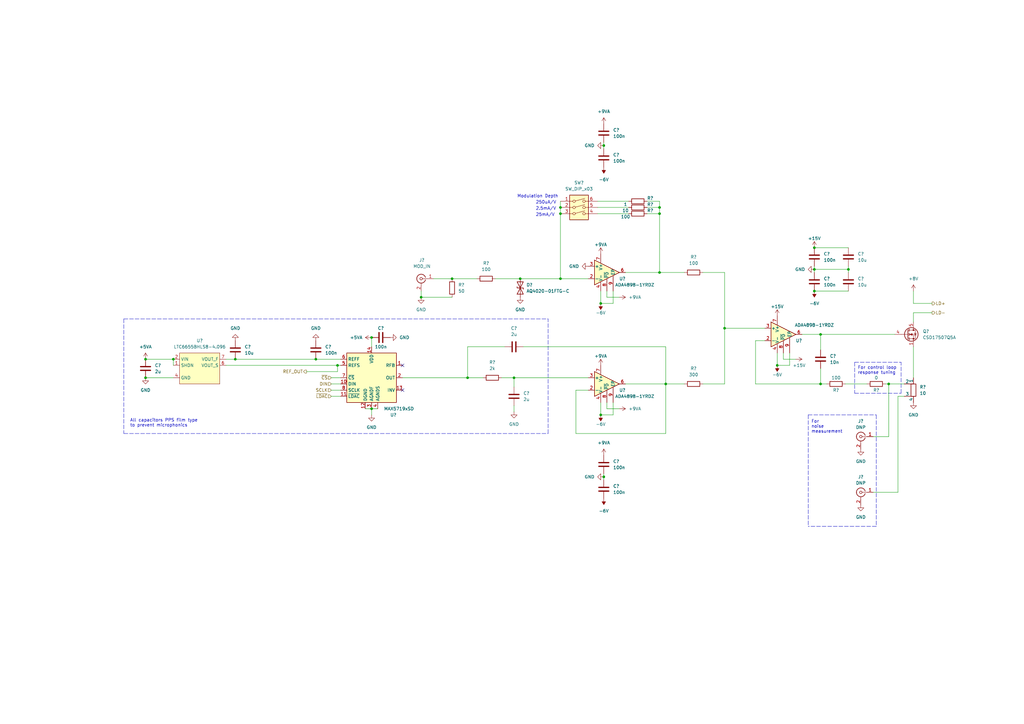
<source format=kicad_sch>
(kicad_sch (version 20211123) (generator eeschema)
  (paper "A3")
  (lib_symbols
    (symbol "Amplifier_Operational:ADA4898-1YRDZ" (pin_names (offset 0.127))
      (property "Reference" "U" (at 3.81 3.81 0))
      (property "Value" "ADA4898-1YRDZ" (at 11.43 -2.54 0))
      (symbol "ADA4898-1YRDZ_1_1"
        (polyline (pts (xy -5.08 5.08) (xy 5.08 0) (xy -5.08 -5.08) (xy -5.08 5.08)) (stroke (width 0.254)) (fill (type background)))
        (pin input line (at -7.62 -2.54 0) (length 2.54) (name "-") (number "2"))
        (pin input line (at -7.62 2.54 0) (length 2.54) (name "+") (number "3"))
        (pin power_in line (at -2.54 -7.62 90) (length 3.81) (name "V-") (number "4"))
        (pin output line (at 7.62 0 180) (length 2.54) (name "~") (number "6"))
        (pin power_in line (at -2.54 7.62 270) (length 3.81) (name "V+") (number "7"))
        (pin input line (at 0 -7.62 90) (length 5.08) (name "~{PD}") (number "8"))
        (pin passive line (at 2.54 -7.62 90) (length 6.35) (name "EP") (number "9"))
      )
    )
    (symbol "Analog_DAC:MAX5719xSD"
      (property "Reference" "U" (at -10.16 11.43 0))
      (property "Value" "MAX5719xSD" (at 1.27 11.43 0))
      (symbol "MAX5719xSD_0_1"
        (rectangle (start -10.16 10.16) (end 10.16 -10.16) (stroke (width 0.254)) (fill (type background)))
      )
      (symbol "MAX5719xSD_1_1"
        (pin passive line (at 12.7 5.08 180) (length 2.54) (name "RFB") (number "1"))
        (pin input line (at -12.7 -2.54 0) (length 2.54) (name "DIN") (number "10"))
        (pin input line (at -12.7 -7.62 0) (length 2.54) (name "~{LDAC}") (number "11"))
        (pin power_in line (at -2.54 -12.7 90) (length 2.54) (name "DGND") (number "12"))
        (pin passive line (at 12.7 -5.08 180) (length 2.54) (name "INV") (number "13"))
        (pin power_in line (at 0 12.7 270) (length 2.54) (name "VDD") (number "14"))
        (pin output line (at 12.7 0 180) (length 2.54) (name "OUT") (number "2"))
        (pin power_in line (at 0 -12.7 90) (length 2.54) (name "AGNDF") (number "3"))
        (pin power_in line (at 2.54 -12.7 90) (length 2.54) (name "AGNDS") (number "4"))
        (pin input line (at -12.7 5.08 0) (length 2.54) (name "REFS") (number "5"))
        (pin input line (at -12.7 7.62 0) (length 2.54) (name "REFF") (number "6"))
        (pin input line (at -12.7 0 0) (length 2.54) (name "~{CS}") (number "7"))
        (pin input line (at -12.7 -5.08 0) (length 2.54) (name "SCLK") (number "8"))
        (pin no_connect line (at 10.16 -7.62 180) (length 2.54) hide (name "NC") (number "9"))
      )
    )
    (symbol "Connector:Conn_Coaxial" (pin_names (offset 1.016) hide)
      (property "Reference" "J" (at 0.254 3.048 0))
      (property "Value" "Conn_Coaxial" (at 2.921 0 90))
      (symbol "Conn_Coaxial_0_1"
        (arc (start -1.778 -0.508) (mid 0.2311 -1.8066) (end 1.778 0) (stroke (width 0.254)))
        (polyline (pts (xy -2.54 0) (xy -0.508 0)))
        (polyline (pts (xy 0 -2.54) (xy 0 -1.778)))
        (circle (center 0 0) (radius 0.508) (stroke (width 0.2032)))
        (arc (start 1.778 0) (mid 0.2099 1.8101) (end -1.778 0.508) (stroke (width 0.254)))
      )
      (symbol "Conn_Coaxial_1_1"
        (pin passive line (at -5.08 0 0) (length 2.54) (name "In") (number "1"))
        (pin passive line (at 0 -5.08 90) (length 2.54) (name "Ext") (number "2"))
      )
    )
    (symbol "Device:C" (pin_numbers hide) (pin_names (offset 0.254))
      (property "Reference" "C" (at 0.635 2.54 0))
      (property "Value" "C" (at 0.635 -2.54 0))
      (symbol "C_0_1"
        (polyline (pts (xy -2.032 -0.762) (xy 2.032 -0.762)) (stroke (width 0.508)))
        (polyline (pts (xy -2.032 0.762) (xy 2.032 0.762)) (stroke (width 0.508)))
      )
      (symbol "C_1_1"
        (pin passive line (at 0 3.81 270) (length 2.794) (name "~") (number "1"))
        (pin passive line (at 0 -3.81 90) (length 2.794) (name "~") (number "2"))
      )
    )
    (symbol "Device:D_TVS" (pin_numbers hide) (pin_names (offset 1.016) hide)
      (property "Reference" "D" (at 0 2.54 0))
      (property "Value" "D_TVS" (at 0 -2.54 0))
      (symbol "D_TVS_0_1"
        (polyline (pts (xy 1.27 0) (xy -1.27 0)))
        (polyline (pts (xy 0.508 1.27) (xy 0 1.27) (xy 0 -1.27) (xy -0.508 -1.27)) (stroke (width 0.254)))
        (polyline (pts (xy -2.54 1.27) (xy -2.54 -1.27) (xy 2.54 1.27) (xy 2.54 -1.27) (xy -2.54 1.27)) (stroke (width 0.254)))
      )
      (symbol "D_TVS_1_1"
        (pin passive line (at -3.81 0 0) (length 2.54) (name "A1") (number "1"))
        (pin passive line (at 3.81 0 180) (length 2.54) (name "A2") (number "2"))
      )
    )
    (symbol "Device:R" (pin_numbers hide) (pin_names (offset 0))
      (property "Reference" "R" (at 2.032 0 90))
      (property "Value" "R" (at 0 0 90))
      (symbol "R_0_1"
        (rectangle (start -1.016 -2.54) (end 1.016 2.54) (stroke (width 0.254)))
      )
      (symbol "R_1_1"
        (pin passive line (at 0 3.81 270) (length 1.27) (name "~") (number "1"))
        (pin passive line (at 0 -3.81 90) (length 1.27) (name "~") (number "2"))
      )
    )
    (symbol "Device:R_Shunt" (pin_numbers hide) (pin_names (offset 0))
      (property "Reference" "R" (at -4.445 0 90))
      (property "Value" "R_Shunt" (at -2.54 0 90))
      (symbol "R_Shunt_0_1"
        (rectangle (start -1.016 -2.54) (end 1.016 2.54) (stroke (width 0.254)))
        (polyline (pts (xy 0 -2.54) (xy 1.27 -2.54)))
        (polyline (pts (xy 1.27 2.54) (xy 0 2.54)))
      )
      (symbol "R_Shunt_1_1"
        (pin passive line (at 0 5.08 270) (length 2.54) (name "1") (number "1"))
        (pin passive line (at 3.81 2.54 180) (length 2.54) (name "2") (number "2"))
        (pin passive line (at 3.81 -2.54 180) (length 2.54) (name "3") (number "3"))
        (pin passive line (at 0 -5.08 90) (length 2.54) (name "4") (number "4"))
      )
    )
    (symbol "Switch:SW_DIP_x03" (pin_names (offset 0) hide)
      (property "Reference" "SW" (at 0 8.89 0))
      (property "Value" "SW_DIP_x03" (at 0 -3.81 0))
      (symbol "SW_DIP_x03_0_0"
        (circle (center -2.032 0) (radius 0.508))
        (circle (center -2.032 2.54) (radius 0.508))
        (circle (center -2.032 5.08) (radius 0.508))
        (polyline (pts (xy -1.524 0.127) (xy 2.3622 1.1684)))
        (polyline (pts (xy -1.524 2.667) (xy 2.3622 3.7084)))
        (polyline (pts (xy -1.524 5.207) (xy 2.3622 6.2484)))
        (circle (center 2.032 0) (radius 0.508))
        (circle (center 2.032 2.54) (radius 0.508))
        (circle (center 2.032 5.08) (radius 0.508))
      )
      (symbol "SW_DIP_x03_0_1"
        (rectangle (start -3.81 7.62) (end 3.81 -2.54) (stroke (width 0.254)) (fill (type background)))
      )
      (symbol "SW_DIP_x03_1_1"
        (pin passive line (at -7.62 5.08 0) (length 5.08) (name "~") (number "1"))
        (pin passive line (at -7.62 2.54 0) (length 5.08) (name "~") (number "2"))
        (pin passive line (at -7.62 0 0) (length 5.08) (name "~") (number "3"))
        (pin passive line (at 7.62 0 180) (length 5.08) (name "~") (number "4"))
        (pin passive line (at 7.62 2.54 180) (length 5.08) (name "~") (number "5"))
        (pin passive line (at 7.62 5.08 180) (length 5.08) (name "~") (number "6"))
      )
    )
    (symbol "Transistor_FET:CSD17507Q5A" (pin_names hide)
      (property "Reference" "Q" (at 5.08 1.905 0))
      (property "Value" "CSD17507Q5A" (at 5.08 0 0))
      (symbol "CSD17507Q5A_0_1"
        (polyline (pts (xy 0.254 0) (xy -2.54 0)))
        (polyline (pts (xy 0.254 1.905) (xy 0.254 -1.905)) (stroke (width 0.254)))
        (polyline (pts (xy 0.762 -1.27) (xy 0.762 -2.286)) (stroke (width 0.254)))
        (polyline (pts (xy 0.762 0.508) (xy 0.762 -0.508)) (stroke (width 0.254)))
        (polyline (pts (xy 0.762 2.286) (xy 0.762 1.27)) (stroke (width 0.254)))
        (polyline (pts (xy 2.54 2.54) (xy 2.54 1.778)))
        (polyline (pts (xy 2.54 -2.54) (xy 2.54 0) (xy 0.762 0)))
        (polyline (pts (xy 0.762 -1.778) (xy 3.302 -1.778) (xy 3.302 1.778) (xy 0.762 1.778)))
        (polyline (pts (xy 1.016 0) (xy 2.032 0.381) (xy 2.032 -0.381) (xy 1.016 0)) (fill (type outline)))
        (polyline (pts (xy 2.794 0.508) (xy 2.921 0.381) (xy 3.683 0.381) (xy 3.81 0.254)))
        (polyline (pts (xy 3.302 0.381) (xy 2.921 -0.254) (xy 3.683 -0.254) (xy 3.302 0.381)))
        (circle (center 1.651 0) (radius 2.794) (stroke (width 0.254)))
        (circle (center 2.54 -1.778) (radius 0.254) (fill (type outline)))
        (circle (center 2.54 1.778) (radius 0.254) (fill (type outline)))
      )
      (symbol "CSD17507Q5A_1_1"
        (pin passive line (at 2.54 -5.08 90) (length 2.54) (name "S") (number "1"))
        (pin passive line (at 2.54 -5.08 90) (length 2.54) hide (name "S") (number "2"))
        (pin passive line (at 2.54 -5.08 90) (length 2.54) hide (name "S") (number "3"))
        (pin passive line (at -5.08 0 0) (length 2.54) (name "G") (number "4"))
        (pin passive line (at 2.54 5.08 270) (length 2.54) (name "D") (number "5"))
      )
    )
    (symbol "kirdy:LTC6655"
      (property "Reference" "U" (at 0 -10.16 0))
      (property "Value" "LTC6655" (at 0 -7.62 0))
      (symbol "LTC6655_0_0"
        (pin input line (at -10.16 2.54 0) (length 2.54) (name "SHDN") (number "1"))
        (pin power_in line (at -10.16 5.08 0) (length 2.54) (name "VIN") (number "2"))
        (pin power_in line (at -10.16 -2.54 0) (length 2.54) hide (name "GND") (number "3"))
        (pin power_in line (at -10.16 -2.54 0) (length 2.54) (name "GND") (number "4"))
        (pin power_in line (at -10.16 -2.54 0) (length 2.54) hide (name "GND") (number "5"))
        (pin input line (at 11.43 2.54 180) (length 2.54) (name "VOUT_S") (number "6"))
        (pin output line (at 11.43 5.08 180) (length 2.54) (name "VOUT_F") (number "7"))
        (pin power_in line (at -10.16 -2.54 0) (length 2.54) hide (name "GND") (number "8"))
      )
      (symbol "LTC6655_0_1"
        (rectangle (start -7.62 7.62) (end 8.89 -5.08) (fill (type background)))
      )
    )
    (symbol "power:+15V" (power) (pin_names (offset 0))
      (property "Value" "+15V" (at 0 3.556 0))
      (symbol "+15V_0_1"
        (polyline (pts (xy -0.762 1.27) (xy 0 2.54)))
        (polyline (pts (xy 0 0) (xy 0 2.54)))
        (polyline (pts (xy 0 2.54) (xy 0.762 1.27)))
      )
      (symbol "+15V_1_1"
        (pin power_in line (at 0 0 90) (length 0) hide (name "+15V") (number "1"))
      )
    )
    (symbol "power:+5VA" (power) (pin_names (offset 0))
      (property "Value" "+5VA" (at 0 3.556 0))
      (symbol "+5VA_0_1"
        (polyline (pts (xy -0.762 1.27) (xy 0 2.54)))
        (polyline (pts (xy 0 0) (xy 0 2.54)))
        (polyline (pts (xy 0 2.54) (xy 0.762 1.27)))
      )
      (symbol "+5VA_1_1"
        (pin power_in line (at 0 0 90) (length 0) hide (name "+5VA") (number "1"))
      )
    )
    (symbol "power:+8V" (power) (pin_names (offset 0))
      (property "Value" "+8V" (at 0 3.556 0))
      (symbol "+8V_0_1"
        (polyline (pts (xy -0.762 1.27) (xy 0 2.54)))
        (polyline (pts (xy 0 0) (xy 0 2.54)))
        (polyline (pts (xy 0 2.54) (xy 0.762 1.27)))
      )
      (symbol "+8V_1_1"
        (pin power_in line (at 0 0 90) (length 0) hide (name "+8V") (number "1"))
      )
    )
    (symbol "power:+9VA" (power) (pin_names (offset 0))
      (property "Value" "+9VA" (at 0 3.81 0))
      (symbol "+9VA_0_1"
        (polyline (pts (xy -0.762 1.27) (xy 0 2.54)))
        (polyline (pts (xy 0 0) (xy 0 2.54)))
        (polyline (pts (xy 0 2.54) (xy 0.762 1.27)))
      )
      (symbol "+9VA_1_1"
        (pin power_in line (at 0 0 90) (length 0) hide (name "+9VA") (number "1"))
      )
    )
    (symbol "power:-6V" (power) (pin_names (offset 0))
      (property "Value" "-6V" (at 0 3.81 0))
      (symbol "-6V_0_0"
        (pin power_in line (at 0 0 90) (length 0) hide (name "-6V") (number "1"))
      )
      (symbol "-6V_0_1"
        (polyline (pts (xy 0 0) (xy 0 1.27) (xy 0.762 1.27) (xy 0 2.54) (xy -0.762 1.27) (xy 0 1.27)) (fill (type outline)))
      )
    )
    (symbol "power:GND" (power) (pin_names (offset 0))
      (property "Value" "GND" (at 0 -3.81 0))
      (symbol "GND_0_1"
        (polyline (pts (xy 0 0) (xy 0 -1.27) (xy 1.27 -1.27) (xy 0 -2.54) (xy -1.27 -1.27) (xy 0 -1.27)))
      )
      (symbol "GND_1_1"
        (pin power_in line (at 0 0 270) (length 0) hide (name "GND") (number "1"))
      )
    )
  )
  (junction (at 229.87 87.63))
  (junction (at 270.51 111.76))
  (junction (at 318.77 149.86))
  (junction (at 229.87 85.09))
  (junction (at 334.01 110.49))
  (junction (at 138.43 149.86))
  (junction (at 152.4 138.43))
  (junction (at 336.55 137.16))
  (junction (at 247.65 59.69))
  (junction (at 213.36 114.3))
  (junction (at 364.49 157.48))
  (junction (at 334.01 101.6))
  (junction (at 185.42 114.3))
  (junction (at 246.38 170.18))
  (junction (at 273.05 157.48))
  (junction (at 246.38 124.46))
  (junction (at 129.54 147.32))
  (junction (at 336.55 157.48))
  (junction (at 191.77 154.94))
  (junction (at 210.82 154.94))
  (junction (at 96.52 147.32))
  (junction (at 347.98 110.49))
  (junction (at 247.65 195.58))
  (junction (at 71.12 147.32))
  (junction (at 334.01 119.38))
  (junction (at 270.51 87.63))
  (junction (at 59.69 154.94))
  (junction (at 152.4 167.64))
  (junction (at 270.51 85.09))
  (junction (at 172.72 121.92))
  (junction (at 59.69 147.32))
  (junction (at 229.87 114.3))
  (junction (at 297.18 134.62))
  (no_connect (at 165.1 160.02))
  (no_connect (at 165.1 149.86))
  (wire (pts (xy 210.82 166.37) (xy 210.82 168.91)))
  (polyline (pts (xy 331.47 170.18) (xy 331.47 215.9)))
  (wire (pts (xy 71.12 147.32) (xy 71.12 149.86)))
  (wire (pts (xy 247.65 194.31) (xy 247.65 195.58)))
  (wire (pts (xy 172.72 121.92) (xy 185.42 121.92)))
  (wire (pts (xy 273.05 157.48) (xy 280.67 157.48)))
  (wire (pts (xy 364.49 157.48) (xy 370.84 157.48)))
  (wire (pts (xy 336.55 137.16) (xy 367.03 137.16)))
  (wire (pts (xy 334.01 110.49) (xy 334.01 111.76)))
  (wire (pts (xy 374.65 132.08) (xy 374.65 128.27)))
  (wire (pts (xy 214.63 142.24) (xy 273.05 142.24)))
  (wire (pts (xy 172.72 121.92) (xy 172.72 119.38)))
  (wire (pts (xy 125.73 152.4) (xy 138.43 152.4)))
  (wire (pts (xy 336.55 137.16) (xy 336.55 143.51)))
  (wire (pts (xy 328.93 137.16) (xy 336.55 137.16)))
  (wire (pts (xy 248.92 167.64) (xy 254 167.64)))
  (wire (pts (xy 213.36 114.3) (xy 229.87 114.3)))
  (wire (pts (xy 288.29 157.48) (xy 297.18 157.48)))
  (wire (pts (xy 247.65 59.69) (xy 247.65 60.96)))
  (wire (pts (xy 185.42 114.3) (xy 195.58 114.3)))
  (wire (pts (xy 177.8 114.3) (xy 185.42 114.3)))
  (polyline (pts (xy 350.52 161.29) (xy 369.57 161.29)))
  (wire (pts (xy 135.89 160.02) (xy 139.7 160.02)))
  (wire (pts (xy 270.51 82.55) (xy 270.51 85.09)))
  (wire (pts (xy 270.51 87.63) (xy 270.51 111.76)))
  (wire (pts (xy 203.2 114.3) (xy 213.36 114.3)))
  (wire (pts (xy 358.14 179.07) (xy 364.49 179.07)))
  (wire (pts (xy 368.3 201.93) (xy 358.14 201.93)))
  (wire (pts (xy 321.31 147.32) (xy 326.39 147.32)))
  (polyline (pts (xy 350.52 148.59) (xy 369.57 148.59)))
  (wire (pts (xy 368.3 162.56) (xy 368.3 201.93)))
  (wire (pts (xy 96.52 147.32) (xy 129.54 147.32)))
  (wire (pts (xy 135.89 157.48) (xy 139.7 157.48)))
  (wire (pts (xy 270.51 111.76) (xy 280.67 111.76)))
  (wire (pts (xy 247.65 58.42) (xy 247.65 59.69)))
  (wire (pts (xy 138.43 152.4) (xy 138.43 149.86)))
  (wire (pts (xy 265.43 87.63) (xy 270.51 87.63)))
  (polyline (pts (xy 331.47 170.18) (xy 359.41 170.18)))
  (wire (pts (xy 135.89 154.94) (xy 139.7 154.94)))
  (wire (pts (xy 210.82 154.94) (xy 241.3 154.94)))
  (wire (pts (xy 256.54 157.48) (xy 273.05 157.48)))
  (wire (pts (xy 205.74 154.94) (xy 210.82 154.94)))
  (wire (pts (xy 245.11 87.63) (xy 257.81 87.63)))
  (wire (pts (xy 273.05 177.8) (xy 273.05 157.48)))
  (wire (pts (xy 374.65 128.27) (xy 382.27 128.27)))
  (wire (pts (xy 138.43 149.86) (xy 139.7 149.86)))
  (wire (pts (xy 347.98 110.49) (xy 334.01 110.49)))
  (wire (pts (xy 92.71 149.86) (xy 138.43 149.86)))
  (wire (pts (xy 236.22 160.02) (xy 236.22 177.8)))
  (wire (pts (xy 251.46 124.46) (xy 251.46 119.38)))
  (wire (pts (xy 246.38 119.38) (xy 246.38 124.46)))
  (wire (pts (xy 251.46 170.18) (xy 251.46 165.1)))
  (wire (pts (xy 191.77 142.24) (xy 191.77 154.94)))
  (wire (pts (xy 207.01 142.24) (xy 191.77 142.24)))
  (polyline (pts (xy 50.8 130.81) (xy 224.79 130.81)))
  (wire (pts (xy 265.43 82.55) (xy 270.51 82.55)))
  (wire (pts (xy 297.18 134.62) (xy 313.69 134.62)))
  (wire (pts (xy 248.92 119.38) (xy 248.92 121.92)))
  (wire (pts (xy 246.38 124.46) (xy 251.46 124.46)))
  (wire (pts (xy 297.18 111.76) (xy 297.18 134.62)))
  (wire (pts (xy 318.77 149.86) (xy 323.85 149.86)))
  (polyline (pts (xy 369.57 161.29) (xy 369.57 148.59)))
  (wire (pts (xy 368.3 162.56) (xy 370.84 162.56)))
  (wire (pts (xy 92.71 147.32) (xy 96.52 147.32)))
  (wire (pts (xy 364.49 179.07) (xy 364.49 157.48)))
  (wire (pts (xy 236.22 177.8) (xy 273.05 177.8)))
  (wire (pts (xy 346.71 157.48) (xy 355.6 157.48)))
  (wire (pts (xy 248.92 165.1) (xy 248.92 167.64)))
  (wire (pts (xy 165.1 154.94) (xy 191.77 154.94)))
  (wire (pts (xy 363.22 157.48) (xy 364.49 157.48)))
  (wire (pts (xy 256.54 111.76) (xy 270.51 111.76)))
  (wire (pts (xy 288.29 111.76) (xy 297.18 111.76)))
  (wire (pts (xy 265.43 85.09) (xy 270.51 85.09)))
  (wire (pts (xy 59.69 147.32) (xy 71.12 147.32)))
  (wire (pts (xy 59.69 154.94) (xy 71.12 154.94)))
  (wire (pts (xy 229.87 82.55) (xy 229.87 85.09)))
  (wire (pts (xy 246.38 170.18) (xy 251.46 170.18)))
  (wire (pts (xy 318.77 144.78) (xy 318.77 149.86)))
  (polyline (pts (xy 359.41 215.9) (xy 331.47 215.9)))
  (polyline (pts (xy 50.8 130.81) (xy 50.8 177.8)))
  (wire (pts (xy 309.88 157.48) (xy 309.88 139.7)))
  (wire (pts (xy 152.4 138.43) (xy 152.4 142.24)))
  (wire (pts (xy 321.31 144.78) (xy 321.31 147.32)))
  (polyline (pts (xy 350.52 148.59) (xy 350.52 161.29)))
  (wire (pts (xy 374.65 124.46) (xy 382.27 124.46)))
  (wire (pts (xy 336.55 157.48) (xy 309.88 157.48)))
  (wire (pts (xy 297.18 157.48) (xy 297.18 134.62)))
  (polyline (pts (xy 359.41 170.18) (xy 359.41 215.9)))
  (wire (pts (xy 229.87 85.09) (xy 229.87 87.63)))
  (wire (pts (xy 149.86 167.64) (xy 152.4 167.64)))
  (wire (pts (xy 135.89 162.56) (xy 139.7 162.56)))
  (wire (pts (xy 191.77 154.94) (xy 198.12 154.94)))
  (wire (pts (xy 248.92 121.92) (xy 254 121.92)))
  (polyline (pts (xy 50.8 177.8) (xy 224.79 177.8)))
  (wire (pts (xy 129.54 147.32) (xy 139.7 147.32)))
  (wire (pts (xy 246.38 165.1) (xy 246.38 170.18)))
  (wire (pts (xy 247.65 195.58) (xy 247.65 196.85)))
  (wire (pts (xy 229.87 87.63) (xy 229.87 114.3)))
  (wire (pts (xy 245.11 85.09) (xy 257.81 85.09)))
  (wire (pts (xy 347.98 109.22) (xy 347.98 110.49)))
  (wire (pts (xy 374.65 119.38) (xy 374.65 124.46)))
  (wire (pts (xy 152.4 167.64) (xy 152.4 170.18)))
  (wire (pts (xy 273.05 142.24) (xy 273.05 157.48)))
  (wire (pts (xy 347.98 110.49) (xy 347.98 111.76)))
  (wire (pts (xy 210.82 154.94) (xy 210.82 158.75)))
  (wire (pts (xy 241.3 160.02) (xy 236.22 160.02)))
  (wire (pts (xy 334.01 109.22) (xy 334.01 110.49)))
  (wire (pts (xy 334.01 101.6) (xy 347.98 101.6)))
  (wire (pts (xy 336.55 157.48) (xy 339.09 157.48)))
  (wire (pts (xy 334.01 119.38) (xy 347.98 119.38)))
  (wire (pts (xy 374.65 142.24) (xy 374.65 154.94)))
  (wire (pts (xy 323.85 149.86) (xy 323.85 144.78)))
  (wire (pts (xy 229.87 114.3) (xy 241.3 114.3)))
  (wire (pts (xy 336.55 151.13) (xy 336.55 157.48)))
  (polyline (pts (xy 224.79 177.8) (xy 224.79 130.81)))
  (wire (pts (xy 245.11 82.55) (xy 257.81 82.55)))
  (wire (pts (xy 270.51 85.09) (xy 270.51 87.63)))
  (wire (pts (xy 152.4 167.64) (xy 154.94 167.64)))
  (wire (pts (xy 309.88 139.7) (xy 313.69 139.7)))
  (text "250uA/V" (at 219.71 83.82 0) (effects (font (size 1.27 1.27)) (justify left bottom)))
  (text "All capacitors PPS film type\nto prevent microphonics " (at 53.34 175.26 0) (effects (font (size 1.27 1.27)) (justify left bottom)))
  (text "For\nnoise\nmeasurement" (at 332.74 177.8 0) (effects (font (size 1.27 1.27)) (justify left bottom)))
  (text "2.5mA/V" (at 219.71 86.36 0) (effects (font (size 1.27 1.27)) (justify left bottom)))
  (text "For control loop\nresponse tuning" (at 351.79 153.67 0) (effects (font (size 1.27 1.27)) (justify left bottom)))
  (text "25mA/V" (at 219.71 88.9 0) (effects (font (size 1.27 1.27)) (justify left bottom)))
  (text "Modulation Depth" (at 212.09 81.28 0) (effects (font (size 1.27 1.27)) (justify left bottom)))
  (hierarchical_label "~{LDAC}" (shape input) (at 135.89 162.56 180))
  (hierarchical_label "LD+" (shape output) (at 382.27 124.46 0))
  (hierarchical_label "SCLK" (shape input) (at 135.89 160.02 180))
  (hierarchical_label "REF_OUT" (shape output) (at 125.73 152.4 180))
  (hierarchical_label "DIN" (shape input) (at 135.89 157.48 180))
  (hierarchical_label "LD-" (shape output) (at 382.27 128.27 0))
  (hierarchical_label "~{CS}" (shape input) (at 135.89 154.94 180))
  (symbol (lib_id "Device:R") (at 261.62 87.63 90) (unit 1)
    (property "Reference" "R?" (at 266.7 86.36 90))
    (property "Value" "100" (at 256.54 88.9 90))
  )
  (symbol (lib_id "Connector:Conn_Coaxial") (at 353.06 201.93 0) (mirror y) (unit 1)
    (property "Reference" "J?" (at 353.06 195.58 0))
    (property "Value" "DNP" (at 353.06 198.12 0))
    (property "Datasheet" " ~" (effects hide))
  )
  (symbol (lib_id "Device:C") (at 210.82 142.24 90) (unit 1)
    (property "Reference" "C?" (at 210.82 134.62 90))
    (property "Value" "2u" (at 210.82 137.16 90))
  )
  (symbol (lib_id "power:+15V") (at 334.01 101.6 0) (unit 1)
    (property "Reference" "#PWR?" (effects hide))
    (property "Value" "+15V" (at 334.01 97.79 0))
  )
  (symbol (lib_id "power:+9VA") (at 247.65 50.8 0) (unit 1)
    (property "Reference" "#PWR?" (effects hide))
    (property "Value" "+9VA" (at 247.65 45.72 0))
  )
  (symbol (lib_id "Device:R") (at 359.41 157.48 90) (unit 1)
    (property "Reference" "R?" (at 359.41 160.02 90))
    (property "Value" "0" (at 359.41 154.94 90))
  )
  (symbol (lib_id "power:-6V") (at 247.65 68.58 180) (unit 1)
    (property "Reference" "#PWR?" (effects hide))
    (property "Value" "-6V" (at 247.65 73.66 0))
  )
  (symbol (lib_id "power:+5VA") (at 59.69 147.32 0) (unit 1)
    (property "Reference" "#PWR?" (effects hide))
    (property "Value" "+5VA" (at 59.69 142.24 0))
  )
  (symbol (lib_id "Device:C") (at 347.98 115.57 0) (unit 1)
    (property "Reference" "C?" (at 351.79 114.2999 0) (effects (justify left)))
    (property "Value" "10u" (at 351.79 116.8399 0) (effects (justify left)))
  )
  (symbol (lib_id "Device:C") (at 96.52 143.51 0) (unit 1)
    (property "Reference" "C?" (at 100.33 142.2399 0) (effects (justify left)))
    (property "Value" "10u" (at 100.33 144.7799 0) (effects (justify left)))
  )
  (symbol (lib_id "Device:R") (at 342.9 157.48 90) (unit 1)
    (property "Reference" "R?" (at 342.9 160.02 90))
    (property "Value" "100" (at 342.9 154.94 90))
  )
  (symbol (lib_id "power:GND") (at 247.65 195.58 270) (unit 1)
    (property "Reference" "#PWR?" (effects hide))
    (property "Value" "GND" (at 243.84 195.5799 90) (effects (justify right)))
  )
  (symbol (lib_id "power:GND") (at 152.4 170.18 0) (unit 1)
    (property "Reference" "#PWR?" (effects hide))
    (property "Value" "GND" (at 152.4 175.26 0))
  )
  (symbol (lib_id "Amplifier_Operational:ADA4898-1YRDZ") (at 321.31 137.16 0) (unit 1)
    (property "Reference" "U?" (at 327.66 139.7 0))
    (property "Value" "ADA4898-1YRDZ" (at 334.01 133.35 0))
    (property "Footprint" "Package_SO:SOIC-8-1EP_3.9x4.9mm_P1.27mm_EP2.29x3mm" (effects hide))
    (property "Datasheet" "https://www.analog.com/media/en/technical-documentation/data-sheets/ada4898-1_4898-2.pdf" (effects hide))
  )
  (symbol (lib_id "Device:C") (at 336.55 147.32 0) (unit 1)
    (property "Reference" "C?" (at 340.36 146.0499 0) (effects (justify left)))
    (property "Value" "10n" (at 340.36 148.5899 0) (effects (justify left)))
  )
  (symbol (lib_id "Device:R") (at 284.48 157.48 90) (unit 1)
    (property "Reference" "R?" (at 284.48 151.13 90))
    (property "Value" "300" (at 284.48 153.67 90))
  )
  (symbol (lib_id "power:GND") (at 160.02 138.43 90) (unit 1)
    (property "Reference" "#PWR?" (effects hide))
    (property "Value" "GND" (at 163.83 138.4299 90) (effects (justify right)))
  )
  (symbol (lib_id "power:GND") (at 59.69 154.94 0) (unit 1)
    (property "Reference" "#PWR?" (effects hide))
    (property "Value" "GND" (at 59.69 160.02 0))
  )
  (symbol (lib_id "power:GND") (at 96.52 139.7 180) (unit 1)
    (property "Reference" "#PWR?" (effects hide))
    (property "Value" "GND" (at 96.52 134.62 0))
  )
  (symbol (lib_id "power:+9VA") (at 247.65 186.69 0) (unit 1)
    (property "Reference" "#PWR?" (effects hide))
    (property "Value" "+9VA" (at 247.65 181.61 0))
  )
  (symbol (lib_id "Device:C") (at 247.65 54.61 0) (unit 1)
    (property "Reference" "C?" (at 251.46 53.3399 0) (effects (justify left)))
    (property "Value" "100n" (at 251.46 55.8799 0) (effects (justify left)))
  )
  (symbol (lib_id "power:-6V") (at 247.65 204.47 180) (unit 1)
    (property "Reference" "#PWR?" (effects hide))
    (property "Value" "-6V" (at 247.65 209.55 0))
  )
  (symbol (lib_id "Switch:SW_DIP_x03") (at 237.49 87.63 0) (unit 1)
    (property "Reference" "SW?" (at 237.49 74.93 0))
    (property "Value" "SW_DIP_x03" (at 237.49 77.47 0))
  )
  (symbol (lib_id "Amplifier_Operational:ADA4898-1YRDZ") (at 248.92 157.48 0) (unit 1)
    (property "Reference" "U?" (at 255.27 160.02 0))
    (property "Value" "ADA4898-1YRDZ" (at 260.35 162.56 0))
    (property "Footprint" "Package_SO:SOIC-8-1EP_3.9x4.9mm_P1.27mm_EP2.29x3mm" (effects hide))
    (property "Datasheet" "https://www.analog.com/media/en/technical-documentation/data-sheets/ada4898-1_4898-2.pdf" (effects hide))
  )
  (symbol (lib_id "power:GND") (at 334.01 110.49 270) (unit 1)
    (property "Reference" "#PWR?" (effects hide))
    (property "Value" "GND" (at 330.2 110.4899 90) (effects (justify right)))
  )
  (symbol (lib_id "power:GND") (at 353.06 207.01 0) (unit 1)
    (property "Reference" "#PWR?" (effects hide))
    (property "Value" "GND" (at 353.06 212.09 0))
  )
  (symbol (lib_id "Device:C") (at 334.01 115.57 0) (unit 1)
    (property "Reference" "C?" (at 337.82 114.2999 0) (effects (justify left)))
    (property "Value" "100n" (at 337.82 116.8399 0) (effects (justify left)))
  )
  (symbol (lib_id "power:GND") (at 210.82 168.91 0) (unit 1)
    (property "Reference" "#PWR?" (effects hide))
    (property "Value" "GND" (at 210.82 173.99 0))
  )
  (symbol (lib_id "Device:R") (at 201.93 154.94 90) (unit 1)
    (property "Reference" "R?" (at 201.93 148.59 90))
    (property "Value" "2k" (at 201.93 151.13 90))
  )
  (symbol (lib_id "power:+9VA") (at 254 121.92 270) (unit 1)
    (property "Reference" "#PWR?" (effects hide))
    (property "Value" "+9VA" (at 257.81 121.9199 90) (effects (justify left)))
  )
  (symbol (lib_id "Device:R_Shunt") (at 374.65 160.02 0) (mirror y) (unit 1)
    (property "Reference" "R?" (at 377.19 158.7499 0) (effects (justify right)))
    (property "Value" "10" (at 377.19 161.2899 0) (effects (justify right)))
  )
  (symbol (lib_id "power:-6V") (at 246.38 170.18 180) (unit 1)
    (property "Reference" "#PWR?" (effects hide))
    (property "Value" "-6V" (at 246.38 173.99 0))
  )
  (symbol (lib_id "power:GND") (at 241.3 109.22 270) (unit 1)
    (property "Reference" "#PWR?" (effects hide))
    (property "Value" "GND" (at 237.49 109.2199 90) (effects (justify right)))
  )
  (symbol (lib_id "power:+15V") (at 326.39 147.32 270) (unit 1)
    (property "Reference" "#PWR?" (effects hide))
    (property "Value" "+15V" (at 325.12 149.86 90) (effects (justify left)))
  )
  (symbol (lib_id "power:GND") (at 247.65 59.69 270) (unit 1)
    (property "Reference" "#PWR?" (effects hide))
    (property "Value" "GND" (at 243.84 59.6899 90) (effects (justify right)))
  )
  (symbol (lib_id "Device:C") (at 347.98 105.41 0) (unit 1)
    (property "Reference" "C?" (at 351.79 104.1399 0) (effects (justify left)))
    (property "Value" "10u" (at 351.79 106.6799 0) (effects (justify left)))
  )
  (symbol (lib_id "Device:R") (at 284.48 111.76 90) (unit 1)
    (property "Reference" "R?" (at 284.48 105.41 90))
    (property "Value" "100" (at 284.48 107.95 90))
  )
  (symbol (lib_id "Device:R") (at 185.42 118.11 0) (unit 1)
    (property "Reference" "R?" (at 187.96 116.8399 0) (effects (justify left)))
    (property "Value" "50" (at 187.96 119.3799 0) (effects (justify left)))
  )
  (symbol (lib_id "power:GND") (at 213.36 121.92 0) (unit 1)
    (property "Reference" "#PWR?" (effects hide))
    (property "Value" "GND" (at 213.36 127 0))
  )
  (symbol (lib_id "Device:R") (at 199.39 114.3 90) (unit 1)
    (property "Reference" "R?" (at 199.39 107.95 90))
    (property "Value" "100" (at 199.39 110.49 90))
  )
  (symbol (lib_id "power:+9VA") (at 254 167.64 270) (unit 1)
    (property "Reference" "#PWR?" (effects hide))
    (property "Value" "+9VA" (at 257.81 167.6399 90) (effects (justify left)))
  )
  (symbol (lib_id "power:GND") (at 374.65 165.1 0) (unit 1)
    (property "Reference" "#PWR?" (effects hide))
    (property "Value" "GND" (at 374.65 170.18 0))
  )
  (symbol (lib_id "Device:R") (at 261.62 82.55 90) (unit 1)
    (property "Reference" "R?" (at 266.7 81.28 90))
    (property "Value" "1" (at 256.54 83.82 90))
  )
  (symbol (lib_id "Device:C") (at 59.69 151.13 0) (unit 1)
    (property "Reference" "C?" (at 63.5 149.8599 0) (effects (justify left)))
    (property "Value" "2u" (at 63.5 152.3999 0) (effects (justify left)))
  )
  (symbol (lib_id "power:+8V") (at 374.65 119.38 0) (unit 1)
    (property "Reference" "#PWR?" (effects hide))
    (property "Value" "+8V" (at 374.65 114.3 0))
  )
  (symbol (lib_id "Amplifier_Operational:ADA4898-1YRDZ") (at 248.92 111.76 0) (unit 1)
    (property "Reference" "U?" (at 255.27 114.3 0))
    (property "Value" "ADA4898-1YRDZ" (at 260.35 116.84 0))
    (property "Footprint" "Package_SO:SOIC-8-1EP_3.9x4.9mm_P1.27mm_EP2.29x3mm" (effects hide))
    (property "Datasheet" "https://www.analog.com/media/en/technical-documentation/data-sheets/ada4898-1_4898-2.pdf" (effects hide))
  )
  (symbol (lib_id "power:-6V") (at 246.38 124.46 180) (unit 1)
    (property "Reference" "#PWR?" (effects hide))
    (property "Value" "-6V" (at 246.38 128.27 0))
  )
  (symbol (lib_id "power:GND") (at 129.54 139.7 180) (unit 1)
    (property "Reference" "#PWR?" (effects hide))
    (property "Value" "GND" (at 129.54 134.62 0))
  )
  (symbol (lib_id "power:GND") (at 172.72 121.92 0) (unit 1)
    (property "Reference" "#PWR?" (effects hide))
    (property "Value" "GND" (at 172.72 127 0))
  )
  (symbol (lib_id "Device:C") (at 334.01 105.41 0) (unit 1)
    (property "Reference" "C?" (at 337.82 104.1399 0) (effects (justify left)))
    (property "Value" "100n" (at 337.82 106.6799 0) (effects (justify left)))
  )
  (symbol (lib_id "Transistor_FET:CSD17507Q5A") (at 372.11 137.16 0) (unit 1)
    (property "Reference" "Q?" (at 378.46 135.8899 0) (effects (justify left)))
    (property "Value" "CSD17507Q5A" (at 378.46 138.4299 0) (effects (justify left)))
    (property "Footprint" "Package_TO_SOT_SMD:TDSON-8-1" (effects hide))
    (property "Datasheet" "http://www.ti.com/lit/gpn/csd17507q5a" (effects hide))
  )
  (symbol (lib_id "power:-6V") (at 318.77 149.86 180) (unit 1)
    (property "Reference" "#PWR?" (effects hide))
    (property "Value" "-6V" (at 318.77 153.67 0))
  )
  (symbol (lib_id "Connector:Conn_Coaxial") (at 353.06 179.07 0) (mirror y) (unit 1)
    (property "Reference" "J?" (at 353.06 172.72 0))
    (property "Value" "DNP" (at 353.06 175.26 0))
    (property "Datasheet" " ~" (effects hide))
  )
  (symbol (lib_id "Device:R") (at 261.62 85.09 90) (unit 1)
    (property "Reference" "R?" (at 266.7 83.82 90))
    (property "Value" "10" (at 256.54 86.36 90))
  )
  (symbol (lib_id "power:-6V") (at 334.01 119.38 180) (unit 1)
    (property "Reference" "#PWR?" (effects hide))
    (property "Value" "-6V" (at 334.01 124.46 0))
  )
  (symbol (lib_id "Device:D_TVS") (at 213.36 118.11 90) (unit 1)
    (property "Reference" "D?" (at 215.9 116.8399 90) (effects (justify right)))
    (property "Value" "AQ4020-01FTG-C" (at 215.9 119.3799 90) (effects (justify right)))
    (property "Datasheet" "https://www.mouser.hk/datasheet/2/240/Littelfuse_tvs_diode_array_AQ4020_datasheet_pdf-1372610.pdf" (effects hide))
  )
  (symbol (lib_id "power:+9VA") (at 246.38 149.86 0) (unit 1)
    (property "Reference" "#PWR?" (effects hide))
    (property "Value" "+9VA" (at 246.38 146.05 0))
  )
  (symbol (lib_id "Device:C") (at 156.21 138.43 90) (unit 1)
    (property "Reference" "C?" (at 156.21 134.62 90))
    (property "Value" "100n" (at 156.21 142.24 90))
  )
  (symbol (lib_id "power:+9VA") (at 246.38 104.14 0) (unit 1)
    (property "Reference" "#PWR?" (effects hide))
    (property "Value" "+9VA" (at 246.38 100.33 0))
  )
  (symbol (lib_id "Device:C") (at 247.65 200.66 0) (unit 1)
    (property "Reference" "C?" (at 251.46 199.3899 0) (effects (justify left)))
    (property "Value" "100n" (at 251.46 201.9299 0) (effects (justify left)))
  )
  (symbol (lib_id "Device:C") (at 210.82 162.56 0) (unit 1)
    (property "Reference" "C?" (at 214.63 161.2899 0) (effects (justify left)))
    (property "Value" "2u" (at 214.63 163.8299 0) (effects (justify left)))
  )
  (symbol (lib_id "kirdy:LTC6655") (at 81.28 152.4 0) (unit 1)
    (property "Reference" "U?" (at 81.915 139.7 0))
    (property "Value" "LTC6655BHLS8-4.096" (at 81.915 142.24 0))
    (property "Footprint" "kirdy:LCC127P500X500X155-8N" (effects hide))
    (property "Datasheet" "https://www.analog.com/media/en/technical-documentation/data-sheets/ltc6655-6655ln.pdf" (effects hide))
  )
  (symbol (lib_id "power:GND") (at 353.06 184.15 0) (unit 1)
    (property "Reference" "#PWR?" (effects hide))
    (property "Value" "GND" (at 353.06 189.23 0))
  )
  (symbol (lib_id "Analog_DAC:MAX5719xSD") (at 152.4 154.94 0) (unit 1)
    (property "Reference" "U?" (at 160.02 170.18 0) (effects (justify left)))
    (property "Value" "MAX5719xSD" (at 157.48 167.64 0) (effects (justify left)))
    (property "Footprint" "Package_SO:SOIC-14_3.9x8.7mm_P1.27mm" (effects hide))
    (property "Datasheet" "https://datasheets.maximintegrated.com/en/ds/MAX5717-MAX5719.pdf" (effects hide))
  )
  (symbol (lib_id "power:+15V") (at 318.77 129.54 0) (unit 1)
    (property "Reference" "#PWR?" (effects hide))
    (property "Value" "+15V" (at 318.77 125.73 0))
  )
  (symbol (lib_id "Device:C") (at 129.54 143.51 0) (unit 1)
    (property "Reference" "C?" (at 133.35 142.2399 0) (effects (justify left)))
    (property "Value" "100n" (at 133.35 144.7799 0) (effects (justify left)))
  )
  (symbol (lib_id "Device:C") (at 247.65 64.77 0) (unit 1)
    (property "Reference" "C?" (at 251.46 63.4999 0) (effects (justify left)))
    (property "Value" "100n" (at 251.46 66.0399 0) (effects (justify left)))
  )
  (symbol (lib_id "power:+5VA") (at 152.4 138.43 90) (unit 1)
    (property "Reference" "#PWR?" (effects hide))
    (property "Value" "+5VA" (at 143.51 138.43 90) (effects (justify right)))
  )
  (symbol (lib_id "Connector:Conn_Coaxial") (at 172.72 114.3 0) (mirror y) (unit 1)
    (property "Reference" "J?" (at 173.0374 106.68 0))
    (property "Value" "MOD_IN" (at 173.0374 109.22 0))
    (property "Datasheet" " ~" (effects hide))
  )
  (symbol (lib_id "Device:C") (at 247.65 190.5 0) (unit 1)
    (property "Reference" "C?" (at 251.46 189.2299 0) (effects (justify left)))
    (property "Value" "100n" (at 251.46 191.7699 0) (effects (justify left)))
  )
)
</source>
